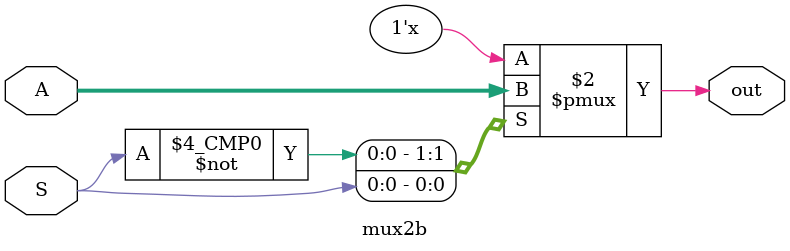
<source format=v>
module mux2b(out,A,S);

input wire [1:0]A;
input wire S;
output reg out;

always @(*) begin
    case (S)
        1'b0:out=A[1];
        1'b1:out=A[0]; 
        default: $display("Wrong");
    endcase
end

endmodule
</source>
